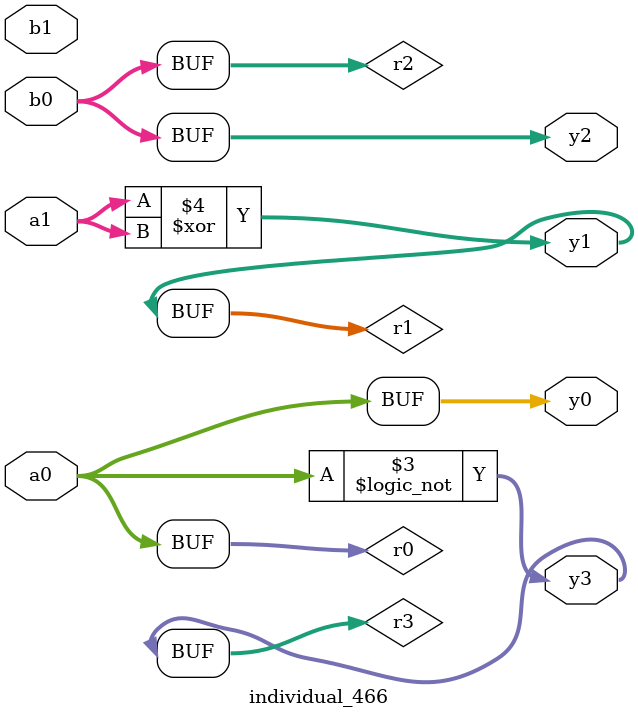
<source format=sv>
module individual_466(input logic [15:0] a1, input logic [15:0] a0, input logic [15:0] b1, input logic [15:0] b0, output logic [15:0] y3, output logic [15:0] y2, output logic [15:0] y1, output logic [15:0] y0);
logic [15:0] r0, r1, r2, r3; 
 always@(*) begin 
	 r0 = a0; r1 = a1; r2 = b0; r3 = b1; 
 	 r3  |=  b1 ;
 	 r3 = ! r0 ;
 	 r1  ^=  a1 ;
 	 y3 = r3; y2 = r2; y1 = r1; y0 = r0; 
end
endmodule
</source>
